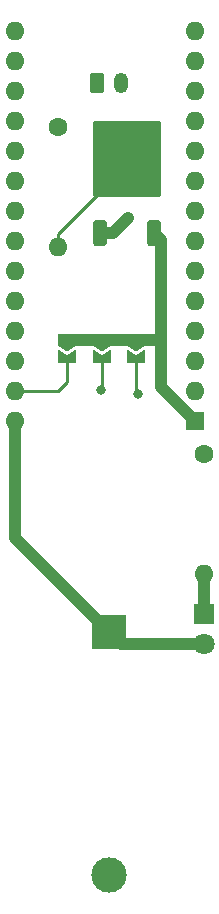
<source format=gbr>
%TF.GenerationSoftware,KiCad,Pcbnew,7.0.8*%
%TF.CreationDate,2023-10-22T16:51:36+09:00*%
%TF.ProjectId,radicon-client,72616469-636f-46e2-9d63-6c69656e742e,rev?*%
%TF.SameCoordinates,Original*%
%TF.FileFunction,Copper,L1,Top*%
%TF.FilePolarity,Positive*%
%FSLAX46Y46*%
G04 Gerber Fmt 4.6, Leading zero omitted, Abs format (unit mm)*
G04 Created by KiCad (PCBNEW 7.0.8) date 2023-10-22 16:51:36*
%MOMM*%
%LPD*%
G01*
G04 APERTURE LIST*
G04 Aperture macros list*
%AMRoundRect*
0 Rectangle with rounded corners*
0 $1 Rounding radius*
0 $2 $3 $4 $5 $6 $7 $8 $9 X,Y pos of 4 corners*
0 Add a 4 corners polygon primitive as box body*
4,1,4,$2,$3,$4,$5,$6,$7,$8,$9,$2,$3,0*
0 Add four circle primitives for the rounded corners*
1,1,$1+$1,$2,$3*
1,1,$1+$1,$4,$5*
1,1,$1+$1,$6,$7*
1,1,$1+$1,$8,$9*
0 Add four rect primitives between the rounded corners*
20,1,$1+$1,$2,$3,$4,$5,0*
20,1,$1+$1,$4,$5,$6,$7,0*
20,1,$1+$1,$6,$7,$8,$9,0*
20,1,$1+$1,$8,$9,$2,$3,0*%
%AMFreePoly0*
4,1,6,0.500000,-0.750000,-0.650000,-0.750000,-0.150000,0.000000,-0.650000,0.750000,0.500000,0.750000,0.500000,-0.750000,0.500000,-0.750000,$1*%
%AMFreePoly1*
4,1,6,1.000000,0.000000,0.500000,-0.750000,-0.500000,-0.750000,-0.500000,0.750000,0.500000,0.750000,1.000000,0.000000,1.000000,0.000000,$1*%
G04 Aperture macros list end*
%TA.AperFunction,SMDPad,CuDef*%
%ADD10FreePoly0,270.000000*%
%TD*%
%TA.AperFunction,SMDPad,CuDef*%
%ADD11FreePoly1,270.000000*%
%TD*%
%TA.AperFunction,ComponentPad*%
%ADD12C,1.600000*%
%TD*%
%TA.AperFunction,ComponentPad*%
%ADD13O,1.600000X1.600000*%
%TD*%
%TA.AperFunction,ComponentPad*%
%ADD14R,1.800000X1.800000*%
%TD*%
%TA.AperFunction,ComponentPad*%
%ADD15C,1.800000*%
%TD*%
%TA.AperFunction,SMDPad,CuDef*%
%ADD16RoundRect,0.250000X0.350000X-0.850000X0.350000X0.850000X-0.350000X0.850000X-0.350000X-0.850000X0*%
%TD*%
%TA.AperFunction,SMDPad,CuDef*%
%ADD17RoundRect,0.250000X1.125000X-1.275000X1.125000X1.275000X-1.125000X1.275000X-1.125000X-1.275000X0*%
%TD*%
%TA.AperFunction,SMDPad,CuDef*%
%ADD18RoundRect,0.249997X2.650003X-2.950003X2.650003X2.950003X-2.650003X2.950003X-2.650003X-2.950003X0*%
%TD*%
%TA.AperFunction,ComponentPad*%
%ADD19RoundRect,0.250000X-0.350000X-0.625000X0.350000X-0.625000X0.350000X0.625000X-0.350000X0.625000X0*%
%TD*%
%TA.AperFunction,ComponentPad*%
%ADD20O,1.200000X1.750000*%
%TD*%
%TA.AperFunction,ComponentPad*%
%ADD21R,3.000000X3.000000*%
%TD*%
%TA.AperFunction,ComponentPad*%
%ADD22C,3.000000*%
%TD*%
%TA.AperFunction,ComponentPad*%
%ADD23R,1.600000X1.600000*%
%TD*%
%TA.AperFunction,ViaPad*%
%ADD24C,0.800000*%
%TD*%
%TA.AperFunction,Conductor*%
%ADD25C,1.000000*%
%TD*%
%TA.AperFunction,Conductor*%
%ADD26C,0.250000*%
%TD*%
G04 APERTURE END LIST*
D10*
%TO.P,SW3,2*%
%TO.N,Net-(U1-DIO3{slash}M3)*%
X140400000Y-92650000D03*
D11*
%TO.P,SW3,1*%
%TO.N,GND*%
X140400000Y-91200000D03*
%TD*%
D10*
%TO.P,SW2,2*%
%TO.N,Net-(U1-DIO2{slash}M2)*%
X143400000Y-92650000D03*
D11*
%TO.P,SW2,1*%
%TO.N,GND*%
X143400000Y-91200000D03*
%TD*%
D10*
%TO.P,SW1,2*%
%TO.N,Net-(U1-DIO10{slash}M1)*%
X146300000Y-92650000D03*
D11*
%TO.P,SW1,1*%
%TO.N,GND*%
X146300000Y-91200000D03*
%TD*%
D12*
%TO.P,R2,1*%
%TO.N,GND*%
X152000000Y-100920000D03*
D13*
%TO.P,R2,2*%
%TO.N,Net-(D1-K)*%
X152000000Y-111080000D03*
%TD*%
D14*
%TO.P,D1,1,K*%
%TO.N,Net-(D1-K)*%
X152000000Y-114460000D03*
D15*
%TO.P,D1,2,A*%
%TO.N,+3V0*%
X152000000Y-117000000D03*
%TD*%
D16*
%TO.P,Q1,3,S*%
%TO.N,GND*%
X147800000Y-82200000D03*
D17*
%TO.P,Q1,2,G*%
%TO.N,Net-(Q1-G)*%
X147045000Y-74225000D03*
X143995000Y-74225000D03*
D18*
X145520000Y-75900000D03*
D17*
X147045000Y-77575000D03*
X143995000Y-77575000D03*
D16*
%TO.P,Q1,1,D*%
%TO.N,Net-(J1-Pin_1)*%
X143240000Y-82200000D03*
%TD*%
D19*
%TO.P,J1,1,Pin_1*%
%TO.N,Net-(J1-Pin_1)*%
X143000000Y-69450000D03*
D20*
%TO.P,J1,2,Pin_2*%
%TO.N,GND*%
X145000000Y-69450000D03*
%TD*%
D21*
%TO.P,BT1,1,+*%
%TO.N,+3V0*%
X144000000Y-116000000D03*
D22*
%TO.P,BT1,2,-*%
%TO.N,GND*%
X144000000Y-136490000D03*
%TD*%
D12*
%TO.P,R1,1*%
%TO.N,GND*%
X139700000Y-73220000D03*
D13*
%TO.P,R1,2*%
%TO.N,Net-(Q1-G)*%
X139700000Y-83380000D03*
%TD*%
D23*
%TO.P,U1,1,GND*%
%TO.N,GND*%
X151240000Y-98080000D03*
D13*
%TO.P,U1,2,DIO14/SCL*%
%TO.N,unconnected-(U1-DIO14{slash}SCL-Pad2)*%
X151240000Y-95540000D03*
%TO.P,U1,3,DIO7/RX*%
%TO.N,unconnected-(U1-DIO7{slash}RX-Pad3)*%
X151240000Y-93000000D03*
%TO.P,U1,4,DIO5/PWM1*%
%TO.N,Net-(Q1-G)*%
X151240000Y-90460000D03*
%TO.P,U1,5,DIO18/DO1*%
%TO.N,unconnected-(U1-DIO18{slash}DO1-Pad5)*%
X151240000Y-87920000D03*
%TO.P,U1,6,DO0/PWM2*%
%TO.N,unconnected-(U1-DO0{slash}PWM2-Pad6)*%
X151240000Y-85380000D03*
%TO.P,U1,7,DO1/PWM3*%
%TO.N,unconnected-(U1-DO1{slash}PWM3-Pad7)*%
X151240000Y-82840000D03*
%TO.P,U1,8,DIO19/DO2*%
%TO.N,unconnected-(U1-DIO19{slash}DO2-Pad8)*%
X151240000Y-80300000D03*
%TO.P,U1,9,DIO4/DO3*%
%TO.N,unconnected-(U1-DIO4{slash}DO3-Pad9)*%
X151240000Y-77760000D03*
%TO.P,U1,10,DIO6/TX*%
%TO.N,unconnected-(U1-DIO6{slash}TX-Pad10)*%
X151240000Y-75220000D03*
%TO.P,U1,11,DIO8/PWM4*%
%TO.N,unconnected-(U1-DIO8{slash}PWM4-Pad11)*%
X151240000Y-72680000D03*
%TO.P,U1,12,DIO9/DO4*%
%TO.N,unconnected-(U1-DIO9{slash}DO4-Pad12)*%
X151240000Y-70140000D03*
%TO.P,U1,13,DIO10/M1*%
%TO.N,Net-(U1-DIO10{slash}M1)*%
X151240000Y-67600000D03*
%TO.P,U1,14,GND*%
%TO.N,GND*%
X151240000Y-65060000D03*
%TO.P,U1,15,DIO12/DI1*%
%TO.N,unconnected-(U1-DIO12{slash}DI1-Pad15)*%
X136000000Y-65060000D03*
%TO.P,U1,16,DIO13/DI2*%
%TO.N,unconnected-(U1-DIO13{slash}DI2-Pad16)*%
X136000000Y-67600000D03*
%TO.P,U1,17,DIO11/DI3*%
%TO.N,unconnected-(U1-DIO11{slash}DI3-Pad17)*%
X136000000Y-70140000D03*
%TO.P,U1,18,DIO16/DI4*%
%TO.N,unconnected-(U1-DIO16{slash}DI4-Pad18)*%
X136000000Y-72680000D03*
%TO.P,U1,19,DIO15/SDA*%
%TO.N,unconnected-(U1-DIO15{slash}SDA-Pad19)*%
X136000000Y-75220000D03*
%TO.P,U1,20,DIO17/BPS*%
%TO.N,unconnected-(U1-DIO17{slash}BPS-Pad20)*%
X136000000Y-77760000D03*
%TO.P,U1,21,~{RESET}*%
%TO.N,unconnected-(U1-~{RESET}-Pad21)*%
X136000000Y-80300000D03*
%TO.P,U1,22,ADC1/AI1*%
%TO.N,unconnected-(U1-ADC1{slash}AI1-Pad22)*%
X136000000Y-82840000D03*
%TO.P,U1,23,DIO0/AI2*%
%TO.N,unconnected-(U1-DIO0{slash}AI2-Pad23)*%
X136000000Y-85380000D03*
%TO.P,U1,24,ADC2/AI3*%
%TO.N,unconnected-(U1-ADC2{slash}AI3-Pad24)*%
X136000000Y-87920000D03*
%TO.P,U1,25,DIO1/AI4*%
%TO.N,unconnected-(U1-DIO1{slash}AI4-Pad25)*%
X136000000Y-90460000D03*
%TO.P,U1,26,DIO2/M2*%
%TO.N,Net-(U1-DIO2{slash}M2)*%
X136000000Y-93000000D03*
%TO.P,U1,27,DIO3/M3*%
%TO.N,Net-(U1-DIO3{slash}M3)*%
X136000000Y-95540000D03*
%TO.P,U1,28,VCC*%
%TO.N,+3V0*%
X136000000Y-98080000D03*
%TD*%
D24*
%TO.N,Net-(U1-DIO10{slash}M1)*%
X146400000Y-95800000D03*
%TO.N,Net-(U1-DIO2{slash}M2)*%
X143300000Y-95500000D03*
%TO.N,Net-(J1-Pin_1)*%
X145600000Y-80900000D03*
%TD*%
D25*
%TO.N,GND*%
X146300000Y-91200000D02*
X148100000Y-91200000D01*
X148100000Y-91200000D02*
X148400000Y-90900000D01*
X143400000Y-91200000D02*
X146300000Y-91200000D01*
X140400000Y-91200000D02*
X143400000Y-91200000D01*
D26*
%TO.N,Net-(U1-DIO10{slash}M1)*%
X146300000Y-95700000D02*
X146400000Y-95800000D01*
X146300000Y-92650000D02*
X146300000Y-95700000D01*
%TO.N,Net-(U1-DIO2{slash}M2)*%
X143400000Y-95400000D02*
X143300000Y-95500000D01*
X143400000Y-92650000D02*
X143400000Y-95400000D01*
%TO.N,Net-(U1-DIO3{slash}M3)*%
X140400000Y-92650000D02*
X140400000Y-94800000D01*
X140400000Y-94800000D02*
X139660000Y-95540000D01*
X139660000Y-95540000D02*
X136000000Y-95540000D01*
D25*
%TO.N,Net-(D1-K)*%
X152000000Y-111080000D02*
X152000000Y-114460000D01*
D26*
%TO.N,Net-(Q1-G)*%
X139700000Y-83380000D02*
X139700000Y-82253100D01*
X143995000Y-77958100D02*
X143995000Y-77575000D01*
X139700000Y-82253100D02*
X143995000Y-77958100D01*
X147045000Y-77575000D02*
X145520000Y-76050000D01*
X143995000Y-77575000D02*
X145520000Y-76050000D01*
X145520000Y-76050000D02*
X145520000Y-75900000D01*
X145520000Y-75900000D02*
X145520000Y-75137500D01*
X146132500Y-75137500D02*
X145520000Y-75137500D01*
X147045000Y-74225000D02*
X146132500Y-75137500D01*
X144907500Y-75137500D02*
X143995000Y-74225000D01*
X145520000Y-75137500D02*
X144907500Y-75137500D01*
D25*
%TO.N,Net-(J1-Pin_1)*%
X144300000Y-82200000D02*
X145600000Y-80900000D01*
X143240000Y-82200000D02*
X144300000Y-82200000D01*
%TO.N,+3V0*%
X136000000Y-108000000D02*
X136000000Y-98080000D01*
X144000000Y-116000000D02*
X136000000Y-108000000D01*
X145000000Y-117000000D02*
X152000000Y-117000000D01*
X144000000Y-116000000D02*
X145000000Y-117000000D01*
%TO.N,GND*%
X148400000Y-82800000D02*
X148400000Y-90900000D01*
X147800000Y-82200000D02*
X148400000Y-82800000D01*
X148400000Y-95240000D02*
X151240000Y-98080000D01*
X148400000Y-90900000D02*
X148400000Y-95240000D01*
%TD*%
M02*

</source>
